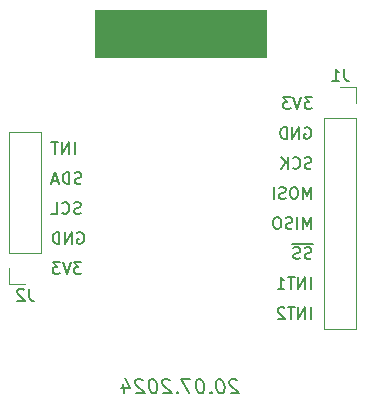
<source format=gbr>
%TF.GenerationSoftware,KiCad,Pcbnew,8.0.2-8.0.2-0~ubuntu20.04.1*%
%TF.CreationDate,2024-07-20T17:48:19+05:00*%
%TF.ProjectId,AlphaHagkemindt,416c7068-6148-4616-976b-656d696e6474,rev?*%
%TF.SameCoordinates,Original*%
%TF.FileFunction,Legend,Bot*%
%TF.FilePolarity,Positive*%
%FSLAX46Y46*%
G04 Gerber Fmt 4.6, Leading zero omitted, Abs format (unit mm)*
G04 Created by KiCad (PCBNEW 8.0.2-8.0.2-0~ubuntu20.04.1) date 2024-07-20 17:48:19*
%MOMM*%
%LPD*%
G01*
G04 APERTURE LIST*
%ADD10C,0.100000*%
%ADD11C,0.150000*%
%ADD12C,0.200000*%
%ADD13C,0.120000*%
G04 APERTURE END LIST*
D10*
X87000000Y-74000000D02*
X101500000Y-74000000D01*
X101500000Y-78000000D01*
X87000000Y-78000000D01*
X87000000Y-74000000D01*
G36*
X87000000Y-74000000D02*
G01*
X101500000Y-74000000D01*
X101500000Y-78000000D01*
X87000000Y-78000000D01*
X87000000Y-74000000D01*
G37*
D11*
X85484398Y-92852438D02*
X85579636Y-92804819D01*
X85579636Y-92804819D02*
X85722493Y-92804819D01*
X85722493Y-92804819D02*
X85865350Y-92852438D01*
X85865350Y-92852438D02*
X85960588Y-92947676D01*
X85960588Y-92947676D02*
X86008207Y-93042914D01*
X86008207Y-93042914D02*
X86055826Y-93233390D01*
X86055826Y-93233390D02*
X86055826Y-93376247D01*
X86055826Y-93376247D02*
X86008207Y-93566723D01*
X86008207Y-93566723D02*
X85960588Y-93661961D01*
X85960588Y-93661961D02*
X85865350Y-93757200D01*
X85865350Y-93757200D02*
X85722493Y-93804819D01*
X85722493Y-93804819D02*
X85627255Y-93804819D01*
X85627255Y-93804819D02*
X85484398Y-93757200D01*
X85484398Y-93757200D02*
X85436779Y-93709580D01*
X85436779Y-93709580D02*
X85436779Y-93376247D01*
X85436779Y-93376247D02*
X85627255Y-93376247D01*
X85008207Y-93804819D02*
X85008207Y-92804819D01*
X85008207Y-92804819D02*
X84436779Y-93804819D01*
X84436779Y-93804819D02*
X84436779Y-92804819D01*
X83960588Y-93804819D02*
X83960588Y-92804819D01*
X83960588Y-92804819D02*
X83722493Y-92804819D01*
X83722493Y-92804819D02*
X83579636Y-92852438D01*
X83579636Y-92852438D02*
X83484398Y-92947676D01*
X83484398Y-92947676D02*
X83436779Y-93042914D01*
X83436779Y-93042914D02*
X83389160Y-93233390D01*
X83389160Y-93233390D02*
X83389160Y-93376247D01*
X83389160Y-93376247D02*
X83436779Y-93566723D01*
X83436779Y-93566723D02*
X83484398Y-93661961D01*
X83484398Y-93661961D02*
X83579636Y-93757200D01*
X83579636Y-93757200D02*
X83722493Y-93804819D01*
X83722493Y-93804819D02*
X83960588Y-93804819D01*
X105258720Y-97614819D02*
X105258720Y-96614819D01*
X104782530Y-97614819D02*
X104782530Y-96614819D01*
X104782530Y-96614819D02*
X104211102Y-97614819D01*
X104211102Y-97614819D02*
X104211102Y-96614819D01*
X103877768Y-96614819D02*
X103306340Y-96614819D01*
X103592054Y-97614819D02*
X103592054Y-96614819D01*
X102449197Y-97614819D02*
X103020625Y-97614819D01*
X102734911Y-97614819D02*
X102734911Y-96614819D01*
X102734911Y-96614819D02*
X102830149Y-96757676D01*
X102830149Y-96757676D02*
X102925387Y-96852914D01*
X102925387Y-96852914D02*
X103020625Y-96900533D01*
X85246302Y-86184819D02*
X85246302Y-85184819D01*
X84770112Y-86184819D02*
X84770112Y-85184819D01*
X84770112Y-85184819D02*
X84198684Y-86184819D01*
X84198684Y-86184819D02*
X84198684Y-85184819D01*
X83865350Y-85184819D02*
X83293922Y-85184819D01*
X83579636Y-86184819D02*
X83579636Y-85184819D01*
X85817731Y-95344819D02*
X85198684Y-95344819D01*
X85198684Y-95344819D02*
X85532017Y-95725771D01*
X85532017Y-95725771D02*
X85389160Y-95725771D01*
X85389160Y-95725771D02*
X85293922Y-95773390D01*
X85293922Y-95773390D02*
X85246303Y-95821009D01*
X85246303Y-95821009D02*
X85198684Y-95916247D01*
X85198684Y-95916247D02*
X85198684Y-96154342D01*
X85198684Y-96154342D02*
X85246303Y-96249580D01*
X85246303Y-96249580D02*
X85293922Y-96297200D01*
X85293922Y-96297200D02*
X85389160Y-96344819D01*
X85389160Y-96344819D02*
X85674874Y-96344819D01*
X85674874Y-96344819D02*
X85770112Y-96297200D01*
X85770112Y-96297200D02*
X85817731Y-96249580D01*
X84912969Y-95344819D02*
X84579636Y-96344819D01*
X84579636Y-96344819D02*
X84246303Y-95344819D01*
X84008207Y-95344819D02*
X83389160Y-95344819D01*
X83389160Y-95344819D02*
X83722493Y-95725771D01*
X83722493Y-95725771D02*
X83579636Y-95725771D01*
X83579636Y-95725771D02*
X83484398Y-95773390D01*
X83484398Y-95773390D02*
X83436779Y-95821009D01*
X83436779Y-95821009D02*
X83389160Y-95916247D01*
X83389160Y-95916247D02*
X83389160Y-96154342D01*
X83389160Y-96154342D02*
X83436779Y-96249580D01*
X83436779Y-96249580D02*
X83484398Y-96297200D01*
X83484398Y-96297200D02*
X83579636Y-96344819D01*
X83579636Y-96344819D02*
X83865350Y-96344819D01*
X83865350Y-96344819D02*
X83960588Y-96297200D01*
X83960588Y-96297200D02*
X84008207Y-96249580D01*
X105306339Y-95027200D02*
X105163482Y-95074819D01*
X105163482Y-95074819D02*
X104925387Y-95074819D01*
X104925387Y-95074819D02*
X104830149Y-95027200D01*
X104830149Y-95027200D02*
X104782530Y-94979580D01*
X104782530Y-94979580D02*
X104734911Y-94884342D01*
X104734911Y-94884342D02*
X104734911Y-94789104D01*
X104734911Y-94789104D02*
X104782530Y-94693866D01*
X104782530Y-94693866D02*
X104830149Y-94646247D01*
X104830149Y-94646247D02*
X104925387Y-94598628D01*
X104925387Y-94598628D02*
X105115863Y-94551009D01*
X105115863Y-94551009D02*
X105211101Y-94503390D01*
X105211101Y-94503390D02*
X105258720Y-94455771D01*
X105258720Y-94455771D02*
X105306339Y-94360533D01*
X105306339Y-94360533D02*
X105306339Y-94265295D01*
X105306339Y-94265295D02*
X105258720Y-94170057D01*
X105258720Y-94170057D02*
X105211101Y-94122438D01*
X105211101Y-94122438D02*
X105115863Y-94074819D01*
X105115863Y-94074819D02*
X104877768Y-94074819D01*
X104877768Y-94074819D02*
X104734911Y-94122438D01*
X104353958Y-95027200D02*
X104211101Y-95074819D01*
X104211101Y-95074819D02*
X103973006Y-95074819D01*
X103973006Y-95074819D02*
X103877768Y-95027200D01*
X103877768Y-95027200D02*
X103830149Y-94979580D01*
X103830149Y-94979580D02*
X103782530Y-94884342D01*
X103782530Y-94884342D02*
X103782530Y-94789104D01*
X103782530Y-94789104D02*
X103830149Y-94693866D01*
X103830149Y-94693866D02*
X103877768Y-94646247D01*
X103877768Y-94646247D02*
X103973006Y-94598628D01*
X103973006Y-94598628D02*
X104163482Y-94551009D01*
X104163482Y-94551009D02*
X104258720Y-94503390D01*
X104258720Y-94503390D02*
X104306339Y-94455771D01*
X104306339Y-94455771D02*
X104353958Y-94360533D01*
X104353958Y-94360533D02*
X104353958Y-94265295D01*
X104353958Y-94265295D02*
X104306339Y-94170057D01*
X104306339Y-94170057D02*
X104258720Y-94122438D01*
X104258720Y-94122438D02*
X104163482Y-94074819D01*
X104163482Y-94074819D02*
X103925387Y-94074819D01*
X103925387Y-94074819D02*
X103782530Y-94122438D01*
X105396816Y-93797200D02*
X103692054Y-93797200D01*
X105258720Y-89994819D02*
X105258720Y-88994819D01*
X105258720Y-88994819D02*
X104925387Y-89709104D01*
X104925387Y-89709104D02*
X104592054Y-88994819D01*
X104592054Y-88994819D02*
X104592054Y-89994819D01*
X103925387Y-88994819D02*
X103734911Y-88994819D01*
X103734911Y-88994819D02*
X103639673Y-89042438D01*
X103639673Y-89042438D02*
X103544435Y-89137676D01*
X103544435Y-89137676D02*
X103496816Y-89328152D01*
X103496816Y-89328152D02*
X103496816Y-89661485D01*
X103496816Y-89661485D02*
X103544435Y-89851961D01*
X103544435Y-89851961D02*
X103639673Y-89947200D01*
X103639673Y-89947200D02*
X103734911Y-89994819D01*
X103734911Y-89994819D02*
X103925387Y-89994819D01*
X103925387Y-89994819D02*
X104020625Y-89947200D01*
X104020625Y-89947200D02*
X104115863Y-89851961D01*
X104115863Y-89851961D02*
X104163482Y-89661485D01*
X104163482Y-89661485D02*
X104163482Y-89328152D01*
X104163482Y-89328152D02*
X104115863Y-89137676D01*
X104115863Y-89137676D02*
X104020625Y-89042438D01*
X104020625Y-89042438D02*
X103925387Y-88994819D01*
X103115863Y-89947200D02*
X102973006Y-89994819D01*
X102973006Y-89994819D02*
X102734911Y-89994819D01*
X102734911Y-89994819D02*
X102639673Y-89947200D01*
X102639673Y-89947200D02*
X102592054Y-89899580D01*
X102592054Y-89899580D02*
X102544435Y-89804342D01*
X102544435Y-89804342D02*
X102544435Y-89709104D01*
X102544435Y-89709104D02*
X102592054Y-89613866D01*
X102592054Y-89613866D02*
X102639673Y-89566247D01*
X102639673Y-89566247D02*
X102734911Y-89518628D01*
X102734911Y-89518628D02*
X102925387Y-89471009D01*
X102925387Y-89471009D02*
X103020625Y-89423390D01*
X103020625Y-89423390D02*
X103068244Y-89375771D01*
X103068244Y-89375771D02*
X103115863Y-89280533D01*
X103115863Y-89280533D02*
X103115863Y-89185295D01*
X103115863Y-89185295D02*
X103068244Y-89090057D01*
X103068244Y-89090057D02*
X103020625Y-89042438D01*
X103020625Y-89042438D02*
X102925387Y-88994819D01*
X102925387Y-88994819D02*
X102687292Y-88994819D01*
X102687292Y-88994819D02*
X102544435Y-89042438D01*
X102115863Y-89994819D02*
X102115863Y-88994819D01*
X105306339Y-87407200D02*
X105163482Y-87454819D01*
X105163482Y-87454819D02*
X104925387Y-87454819D01*
X104925387Y-87454819D02*
X104830149Y-87407200D01*
X104830149Y-87407200D02*
X104782530Y-87359580D01*
X104782530Y-87359580D02*
X104734911Y-87264342D01*
X104734911Y-87264342D02*
X104734911Y-87169104D01*
X104734911Y-87169104D02*
X104782530Y-87073866D01*
X104782530Y-87073866D02*
X104830149Y-87026247D01*
X104830149Y-87026247D02*
X104925387Y-86978628D01*
X104925387Y-86978628D02*
X105115863Y-86931009D01*
X105115863Y-86931009D02*
X105211101Y-86883390D01*
X105211101Y-86883390D02*
X105258720Y-86835771D01*
X105258720Y-86835771D02*
X105306339Y-86740533D01*
X105306339Y-86740533D02*
X105306339Y-86645295D01*
X105306339Y-86645295D02*
X105258720Y-86550057D01*
X105258720Y-86550057D02*
X105211101Y-86502438D01*
X105211101Y-86502438D02*
X105115863Y-86454819D01*
X105115863Y-86454819D02*
X104877768Y-86454819D01*
X104877768Y-86454819D02*
X104734911Y-86502438D01*
X103734911Y-87359580D02*
X103782530Y-87407200D01*
X103782530Y-87407200D02*
X103925387Y-87454819D01*
X103925387Y-87454819D02*
X104020625Y-87454819D01*
X104020625Y-87454819D02*
X104163482Y-87407200D01*
X104163482Y-87407200D02*
X104258720Y-87311961D01*
X104258720Y-87311961D02*
X104306339Y-87216723D01*
X104306339Y-87216723D02*
X104353958Y-87026247D01*
X104353958Y-87026247D02*
X104353958Y-86883390D01*
X104353958Y-86883390D02*
X104306339Y-86692914D01*
X104306339Y-86692914D02*
X104258720Y-86597676D01*
X104258720Y-86597676D02*
X104163482Y-86502438D01*
X104163482Y-86502438D02*
X104020625Y-86454819D01*
X104020625Y-86454819D02*
X103925387Y-86454819D01*
X103925387Y-86454819D02*
X103782530Y-86502438D01*
X103782530Y-86502438D02*
X103734911Y-86550057D01*
X103306339Y-87454819D02*
X103306339Y-86454819D01*
X102734911Y-87454819D02*
X103163482Y-86883390D01*
X102734911Y-86454819D02*
X103306339Y-87026247D01*
X105258720Y-92534819D02*
X105258720Y-91534819D01*
X105258720Y-91534819D02*
X104925387Y-92249104D01*
X104925387Y-92249104D02*
X104592054Y-91534819D01*
X104592054Y-91534819D02*
X104592054Y-92534819D01*
X104115863Y-92534819D02*
X104115863Y-91534819D01*
X103687292Y-92487200D02*
X103544435Y-92534819D01*
X103544435Y-92534819D02*
X103306340Y-92534819D01*
X103306340Y-92534819D02*
X103211102Y-92487200D01*
X103211102Y-92487200D02*
X103163483Y-92439580D01*
X103163483Y-92439580D02*
X103115864Y-92344342D01*
X103115864Y-92344342D02*
X103115864Y-92249104D01*
X103115864Y-92249104D02*
X103163483Y-92153866D01*
X103163483Y-92153866D02*
X103211102Y-92106247D01*
X103211102Y-92106247D02*
X103306340Y-92058628D01*
X103306340Y-92058628D02*
X103496816Y-92011009D01*
X103496816Y-92011009D02*
X103592054Y-91963390D01*
X103592054Y-91963390D02*
X103639673Y-91915771D01*
X103639673Y-91915771D02*
X103687292Y-91820533D01*
X103687292Y-91820533D02*
X103687292Y-91725295D01*
X103687292Y-91725295D02*
X103639673Y-91630057D01*
X103639673Y-91630057D02*
X103592054Y-91582438D01*
X103592054Y-91582438D02*
X103496816Y-91534819D01*
X103496816Y-91534819D02*
X103258721Y-91534819D01*
X103258721Y-91534819D02*
X103115864Y-91582438D01*
X102496816Y-91534819D02*
X102306340Y-91534819D01*
X102306340Y-91534819D02*
X102211102Y-91582438D01*
X102211102Y-91582438D02*
X102115864Y-91677676D01*
X102115864Y-91677676D02*
X102068245Y-91868152D01*
X102068245Y-91868152D02*
X102068245Y-92201485D01*
X102068245Y-92201485D02*
X102115864Y-92391961D01*
X102115864Y-92391961D02*
X102211102Y-92487200D01*
X102211102Y-92487200D02*
X102306340Y-92534819D01*
X102306340Y-92534819D02*
X102496816Y-92534819D01*
X102496816Y-92534819D02*
X102592054Y-92487200D01*
X102592054Y-92487200D02*
X102687292Y-92391961D01*
X102687292Y-92391961D02*
X102734911Y-92201485D01*
X102734911Y-92201485D02*
X102734911Y-91868152D01*
X102734911Y-91868152D02*
X102687292Y-91677676D01*
X102687292Y-91677676D02*
X102592054Y-91582438D01*
X102592054Y-91582438D02*
X102496816Y-91534819D01*
X85770112Y-91217200D02*
X85627255Y-91264819D01*
X85627255Y-91264819D02*
X85389160Y-91264819D01*
X85389160Y-91264819D02*
X85293922Y-91217200D01*
X85293922Y-91217200D02*
X85246303Y-91169580D01*
X85246303Y-91169580D02*
X85198684Y-91074342D01*
X85198684Y-91074342D02*
X85198684Y-90979104D01*
X85198684Y-90979104D02*
X85246303Y-90883866D01*
X85246303Y-90883866D02*
X85293922Y-90836247D01*
X85293922Y-90836247D02*
X85389160Y-90788628D01*
X85389160Y-90788628D02*
X85579636Y-90741009D01*
X85579636Y-90741009D02*
X85674874Y-90693390D01*
X85674874Y-90693390D02*
X85722493Y-90645771D01*
X85722493Y-90645771D02*
X85770112Y-90550533D01*
X85770112Y-90550533D02*
X85770112Y-90455295D01*
X85770112Y-90455295D02*
X85722493Y-90360057D01*
X85722493Y-90360057D02*
X85674874Y-90312438D01*
X85674874Y-90312438D02*
X85579636Y-90264819D01*
X85579636Y-90264819D02*
X85341541Y-90264819D01*
X85341541Y-90264819D02*
X85198684Y-90312438D01*
X84198684Y-91169580D02*
X84246303Y-91217200D01*
X84246303Y-91217200D02*
X84389160Y-91264819D01*
X84389160Y-91264819D02*
X84484398Y-91264819D01*
X84484398Y-91264819D02*
X84627255Y-91217200D01*
X84627255Y-91217200D02*
X84722493Y-91121961D01*
X84722493Y-91121961D02*
X84770112Y-91026723D01*
X84770112Y-91026723D02*
X84817731Y-90836247D01*
X84817731Y-90836247D02*
X84817731Y-90693390D01*
X84817731Y-90693390D02*
X84770112Y-90502914D01*
X84770112Y-90502914D02*
X84722493Y-90407676D01*
X84722493Y-90407676D02*
X84627255Y-90312438D01*
X84627255Y-90312438D02*
X84484398Y-90264819D01*
X84484398Y-90264819D02*
X84389160Y-90264819D01*
X84389160Y-90264819D02*
X84246303Y-90312438D01*
X84246303Y-90312438D02*
X84198684Y-90360057D01*
X83293922Y-91264819D02*
X83770112Y-91264819D01*
X83770112Y-91264819D02*
X83770112Y-90264819D01*
X85817731Y-88677200D02*
X85674874Y-88724819D01*
X85674874Y-88724819D02*
X85436779Y-88724819D01*
X85436779Y-88724819D02*
X85341541Y-88677200D01*
X85341541Y-88677200D02*
X85293922Y-88629580D01*
X85293922Y-88629580D02*
X85246303Y-88534342D01*
X85246303Y-88534342D02*
X85246303Y-88439104D01*
X85246303Y-88439104D02*
X85293922Y-88343866D01*
X85293922Y-88343866D02*
X85341541Y-88296247D01*
X85341541Y-88296247D02*
X85436779Y-88248628D01*
X85436779Y-88248628D02*
X85627255Y-88201009D01*
X85627255Y-88201009D02*
X85722493Y-88153390D01*
X85722493Y-88153390D02*
X85770112Y-88105771D01*
X85770112Y-88105771D02*
X85817731Y-88010533D01*
X85817731Y-88010533D02*
X85817731Y-87915295D01*
X85817731Y-87915295D02*
X85770112Y-87820057D01*
X85770112Y-87820057D02*
X85722493Y-87772438D01*
X85722493Y-87772438D02*
X85627255Y-87724819D01*
X85627255Y-87724819D02*
X85389160Y-87724819D01*
X85389160Y-87724819D02*
X85246303Y-87772438D01*
X84817731Y-88724819D02*
X84817731Y-87724819D01*
X84817731Y-87724819D02*
X84579636Y-87724819D01*
X84579636Y-87724819D02*
X84436779Y-87772438D01*
X84436779Y-87772438D02*
X84341541Y-87867676D01*
X84341541Y-87867676D02*
X84293922Y-87962914D01*
X84293922Y-87962914D02*
X84246303Y-88153390D01*
X84246303Y-88153390D02*
X84246303Y-88296247D01*
X84246303Y-88296247D02*
X84293922Y-88486723D01*
X84293922Y-88486723D02*
X84341541Y-88581961D01*
X84341541Y-88581961D02*
X84436779Y-88677200D01*
X84436779Y-88677200D02*
X84579636Y-88724819D01*
X84579636Y-88724819D02*
X84817731Y-88724819D01*
X83865350Y-88439104D02*
X83389160Y-88439104D01*
X83960588Y-88724819D02*
X83627255Y-87724819D01*
X83627255Y-87724819D02*
X83293922Y-88724819D01*
X105353958Y-81374819D02*
X104734911Y-81374819D01*
X104734911Y-81374819D02*
X105068244Y-81755771D01*
X105068244Y-81755771D02*
X104925387Y-81755771D01*
X104925387Y-81755771D02*
X104830149Y-81803390D01*
X104830149Y-81803390D02*
X104782530Y-81851009D01*
X104782530Y-81851009D02*
X104734911Y-81946247D01*
X104734911Y-81946247D02*
X104734911Y-82184342D01*
X104734911Y-82184342D02*
X104782530Y-82279580D01*
X104782530Y-82279580D02*
X104830149Y-82327200D01*
X104830149Y-82327200D02*
X104925387Y-82374819D01*
X104925387Y-82374819D02*
X105211101Y-82374819D01*
X105211101Y-82374819D02*
X105306339Y-82327200D01*
X105306339Y-82327200D02*
X105353958Y-82279580D01*
X104449196Y-81374819D02*
X104115863Y-82374819D01*
X104115863Y-82374819D02*
X103782530Y-81374819D01*
X103544434Y-81374819D02*
X102925387Y-81374819D01*
X102925387Y-81374819D02*
X103258720Y-81755771D01*
X103258720Y-81755771D02*
X103115863Y-81755771D01*
X103115863Y-81755771D02*
X103020625Y-81803390D01*
X103020625Y-81803390D02*
X102973006Y-81851009D01*
X102973006Y-81851009D02*
X102925387Y-81946247D01*
X102925387Y-81946247D02*
X102925387Y-82184342D01*
X102925387Y-82184342D02*
X102973006Y-82279580D01*
X102973006Y-82279580D02*
X103020625Y-82327200D01*
X103020625Y-82327200D02*
X103115863Y-82374819D01*
X103115863Y-82374819D02*
X103401577Y-82374819D01*
X103401577Y-82374819D02*
X103496815Y-82327200D01*
X103496815Y-82327200D02*
X103544434Y-82279580D01*
X105258720Y-100154819D02*
X105258720Y-99154819D01*
X104782530Y-100154819D02*
X104782530Y-99154819D01*
X104782530Y-99154819D02*
X104211102Y-100154819D01*
X104211102Y-100154819D02*
X104211102Y-99154819D01*
X103877768Y-99154819D02*
X103306340Y-99154819D01*
X103592054Y-100154819D02*
X103592054Y-99154819D01*
X103020625Y-99250057D02*
X102973006Y-99202438D01*
X102973006Y-99202438D02*
X102877768Y-99154819D01*
X102877768Y-99154819D02*
X102639673Y-99154819D01*
X102639673Y-99154819D02*
X102544435Y-99202438D01*
X102544435Y-99202438D02*
X102496816Y-99250057D01*
X102496816Y-99250057D02*
X102449197Y-99345295D01*
X102449197Y-99345295D02*
X102449197Y-99440533D01*
X102449197Y-99440533D02*
X102496816Y-99583390D01*
X102496816Y-99583390D02*
X103068244Y-100154819D01*
X103068244Y-100154819D02*
X102449197Y-100154819D01*
D12*
X99011279Y-105357028D02*
X98946993Y-105299885D01*
X98946993Y-105299885D02*
X98825564Y-105242742D01*
X98825564Y-105242742D02*
X98539850Y-105242742D01*
X98539850Y-105242742D02*
X98432707Y-105299885D01*
X98432707Y-105299885D02*
X98382707Y-105357028D01*
X98382707Y-105357028D02*
X98339850Y-105471314D01*
X98339850Y-105471314D02*
X98354136Y-105585600D01*
X98354136Y-105585600D02*
X98432707Y-105757028D01*
X98432707Y-105757028D02*
X99204136Y-106442742D01*
X99204136Y-106442742D02*
X98461279Y-106442742D01*
X97568422Y-105242742D02*
X97454136Y-105242742D01*
X97454136Y-105242742D02*
X97346993Y-105299885D01*
X97346993Y-105299885D02*
X97296993Y-105357028D01*
X97296993Y-105357028D02*
X97254136Y-105471314D01*
X97254136Y-105471314D02*
X97225565Y-105699885D01*
X97225565Y-105699885D02*
X97261279Y-105985600D01*
X97261279Y-105985600D02*
X97346993Y-106214171D01*
X97346993Y-106214171D02*
X97418422Y-106328457D01*
X97418422Y-106328457D02*
X97482707Y-106385600D01*
X97482707Y-106385600D02*
X97604136Y-106442742D01*
X97604136Y-106442742D02*
X97718422Y-106442742D01*
X97718422Y-106442742D02*
X97825565Y-106385600D01*
X97825565Y-106385600D02*
X97875565Y-106328457D01*
X97875565Y-106328457D02*
X97918422Y-106214171D01*
X97918422Y-106214171D02*
X97946993Y-105985600D01*
X97946993Y-105985600D02*
X97911279Y-105699885D01*
X97911279Y-105699885D02*
X97825565Y-105471314D01*
X97825565Y-105471314D02*
X97754136Y-105357028D01*
X97754136Y-105357028D02*
X97689850Y-105299885D01*
X97689850Y-105299885D02*
X97568422Y-105242742D01*
X96789850Y-106328457D02*
X96739850Y-106385600D01*
X96739850Y-106385600D02*
X96804136Y-106442742D01*
X96804136Y-106442742D02*
X96854136Y-106385600D01*
X96854136Y-106385600D02*
X96789850Y-106328457D01*
X96789850Y-106328457D02*
X96804136Y-106442742D01*
X95854136Y-105242742D02*
X95739850Y-105242742D01*
X95739850Y-105242742D02*
X95632707Y-105299885D01*
X95632707Y-105299885D02*
X95582707Y-105357028D01*
X95582707Y-105357028D02*
X95539850Y-105471314D01*
X95539850Y-105471314D02*
X95511279Y-105699885D01*
X95511279Y-105699885D02*
X95546993Y-105985600D01*
X95546993Y-105985600D02*
X95632707Y-106214171D01*
X95632707Y-106214171D02*
X95704136Y-106328457D01*
X95704136Y-106328457D02*
X95768421Y-106385600D01*
X95768421Y-106385600D02*
X95889850Y-106442742D01*
X95889850Y-106442742D02*
X96004136Y-106442742D01*
X96004136Y-106442742D02*
X96111279Y-106385600D01*
X96111279Y-106385600D02*
X96161279Y-106328457D01*
X96161279Y-106328457D02*
X96204136Y-106214171D01*
X96204136Y-106214171D02*
X96232707Y-105985600D01*
X96232707Y-105985600D02*
X96196993Y-105699885D01*
X96196993Y-105699885D02*
X96111279Y-105471314D01*
X96111279Y-105471314D02*
X96039850Y-105357028D01*
X96039850Y-105357028D02*
X95975564Y-105299885D01*
X95975564Y-105299885D02*
X95854136Y-105242742D01*
X95054136Y-105242742D02*
X94254136Y-105242742D01*
X94254136Y-105242742D02*
X94918422Y-106442742D01*
X93932707Y-106328457D02*
X93882707Y-106385600D01*
X93882707Y-106385600D02*
X93946993Y-106442742D01*
X93946993Y-106442742D02*
X93996993Y-106385600D01*
X93996993Y-106385600D02*
X93932707Y-106328457D01*
X93932707Y-106328457D02*
X93946993Y-106442742D01*
X93296993Y-105357028D02*
X93232707Y-105299885D01*
X93232707Y-105299885D02*
X93111278Y-105242742D01*
X93111278Y-105242742D02*
X92825564Y-105242742D01*
X92825564Y-105242742D02*
X92718421Y-105299885D01*
X92718421Y-105299885D02*
X92668421Y-105357028D01*
X92668421Y-105357028D02*
X92625564Y-105471314D01*
X92625564Y-105471314D02*
X92639850Y-105585600D01*
X92639850Y-105585600D02*
X92718421Y-105757028D01*
X92718421Y-105757028D02*
X93489850Y-106442742D01*
X93489850Y-106442742D02*
X92746993Y-106442742D01*
X91854136Y-105242742D02*
X91739850Y-105242742D01*
X91739850Y-105242742D02*
X91632707Y-105299885D01*
X91632707Y-105299885D02*
X91582707Y-105357028D01*
X91582707Y-105357028D02*
X91539850Y-105471314D01*
X91539850Y-105471314D02*
X91511279Y-105699885D01*
X91511279Y-105699885D02*
X91546993Y-105985600D01*
X91546993Y-105985600D02*
X91632707Y-106214171D01*
X91632707Y-106214171D02*
X91704136Y-106328457D01*
X91704136Y-106328457D02*
X91768421Y-106385600D01*
X91768421Y-106385600D02*
X91889850Y-106442742D01*
X91889850Y-106442742D02*
X92004136Y-106442742D01*
X92004136Y-106442742D02*
X92111279Y-106385600D01*
X92111279Y-106385600D02*
X92161279Y-106328457D01*
X92161279Y-106328457D02*
X92204136Y-106214171D01*
X92204136Y-106214171D02*
X92232707Y-105985600D01*
X92232707Y-105985600D02*
X92196993Y-105699885D01*
X92196993Y-105699885D02*
X92111279Y-105471314D01*
X92111279Y-105471314D02*
X92039850Y-105357028D01*
X92039850Y-105357028D02*
X91975564Y-105299885D01*
X91975564Y-105299885D02*
X91854136Y-105242742D01*
X91011279Y-105357028D02*
X90946993Y-105299885D01*
X90946993Y-105299885D02*
X90825564Y-105242742D01*
X90825564Y-105242742D02*
X90539850Y-105242742D01*
X90539850Y-105242742D02*
X90432707Y-105299885D01*
X90432707Y-105299885D02*
X90382707Y-105357028D01*
X90382707Y-105357028D02*
X90339850Y-105471314D01*
X90339850Y-105471314D02*
X90354136Y-105585600D01*
X90354136Y-105585600D02*
X90432707Y-105757028D01*
X90432707Y-105757028D02*
X91204136Y-106442742D01*
X91204136Y-106442742D02*
X90461279Y-106442742D01*
X89332707Y-105642742D02*
X89432707Y-106442742D01*
X89561279Y-105185600D02*
X89954136Y-106042742D01*
X89954136Y-106042742D02*
X89211279Y-106042742D01*
D11*
X104734911Y-83962438D02*
X104830149Y-83914819D01*
X104830149Y-83914819D02*
X104973006Y-83914819D01*
X104973006Y-83914819D02*
X105115863Y-83962438D01*
X105115863Y-83962438D02*
X105211101Y-84057676D01*
X105211101Y-84057676D02*
X105258720Y-84152914D01*
X105258720Y-84152914D02*
X105306339Y-84343390D01*
X105306339Y-84343390D02*
X105306339Y-84486247D01*
X105306339Y-84486247D02*
X105258720Y-84676723D01*
X105258720Y-84676723D02*
X105211101Y-84771961D01*
X105211101Y-84771961D02*
X105115863Y-84867200D01*
X105115863Y-84867200D02*
X104973006Y-84914819D01*
X104973006Y-84914819D02*
X104877768Y-84914819D01*
X104877768Y-84914819D02*
X104734911Y-84867200D01*
X104734911Y-84867200D02*
X104687292Y-84819580D01*
X104687292Y-84819580D02*
X104687292Y-84486247D01*
X104687292Y-84486247D02*
X104877768Y-84486247D01*
X104258720Y-84914819D02*
X104258720Y-83914819D01*
X104258720Y-83914819D02*
X103687292Y-84914819D01*
X103687292Y-84914819D02*
X103687292Y-83914819D01*
X103211101Y-84914819D02*
X103211101Y-83914819D01*
X103211101Y-83914819D02*
X102973006Y-83914819D01*
X102973006Y-83914819D02*
X102830149Y-83962438D01*
X102830149Y-83962438D02*
X102734911Y-84057676D01*
X102734911Y-84057676D02*
X102687292Y-84152914D01*
X102687292Y-84152914D02*
X102639673Y-84343390D01*
X102639673Y-84343390D02*
X102639673Y-84486247D01*
X102639673Y-84486247D02*
X102687292Y-84676723D01*
X102687292Y-84676723D02*
X102734911Y-84771961D01*
X102734911Y-84771961D02*
X102830149Y-84867200D01*
X102830149Y-84867200D02*
X102973006Y-84914819D01*
X102973006Y-84914819D02*
X103211101Y-84914819D01*
X81398333Y-97614819D02*
X81398333Y-98329104D01*
X81398333Y-98329104D02*
X81445952Y-98471961D01*
X81445952Y-98471961D02*
X81541190Y-98567200D01*
X81541190Y-98567200D02*
X81684047Y-98614819D01*
X81684047Y-98614819D02*
X81779285Y-98614819D01*
X80969761Y-97710057D02*
X80922142Y-97662438D01*
X80922142Y-97662438D02*
X80826904Y-97614819D01*
X80826904Y-97614819D02*
X80588809Y-97614819D01*
X80588809Y-97614819D02*
X80493571Y-97662438D01*
X80493571Y-97662438D02*
X80445952Y-97710057D01*
X80445952Y-97710057D02*
X80398333Y-97805295D01*
X80398333Y-97805295D02*
X80398333Y-97900533D01*
X80398333Y-97900533D02*
X80445952Y-98043390D01*
X80445952Y-98043390D02*
X81017380Y-98614819D01*
X81017380Y-98614819D02*
X80398333Y-98614819D01*
X108068333Y-78984819D02*
X108068333Y-79699104D01*
X108068333Y-79699104D02*
X108115952Y-79841961D01*
X108115952Y-79841961D02*
X108211190Y-79937200D01*
X108211190Y-79937200D02*
X108354047Y-79984819D01*
X108354047Y-79984819D02*
X108449285Y-79984819D01*
X107068333Y-79984819D02*
X107639761Y-79984819D01*
X107354047Y-79984819D02*
X107354047Y-78984819D01*
X107354047Y-78984819D02*
X107449285Y-79127676D01*
X107449285Y-79127676D02*
X107544523Y-79222914D01*
X107544523Y-79222914D02*
X107639761Y-79270533D01*
D13*
%TO.C,J2*%
X79735000Y-84340000D02*
X79735000Y-94560000D01*
X79735000Y-97160000D02*
X79735000Y-95830000D01*
X81065000Y-97160000D02*
X79735000Y-97160000D01*
X82395000Y-84340000D02*
X79735000Y-84340000D01*
X82395000Y-84340000D02*
X82395000Y-94560000D01*
X82395000Y-94560000D02*
X79735000Y-94560000D01*
%TO.C,J1*%
X106405000Y-83130000D02*
X109065000Y-83130000D01*
X106405000Y-100970000D02*
X106405000Y-83130000D01*
X106405000Y-100970000D02*
X109065000Y-100970000D01*
X107735000Y-80530000D02*
X109065000Y-80530000D01*
X109065000Y-80530000D02*
X109065000Y-81860000D01*
X109065000Y-100970000D02*
X109065000Y-83130000D01*
%TD*%
M02*

</source>
